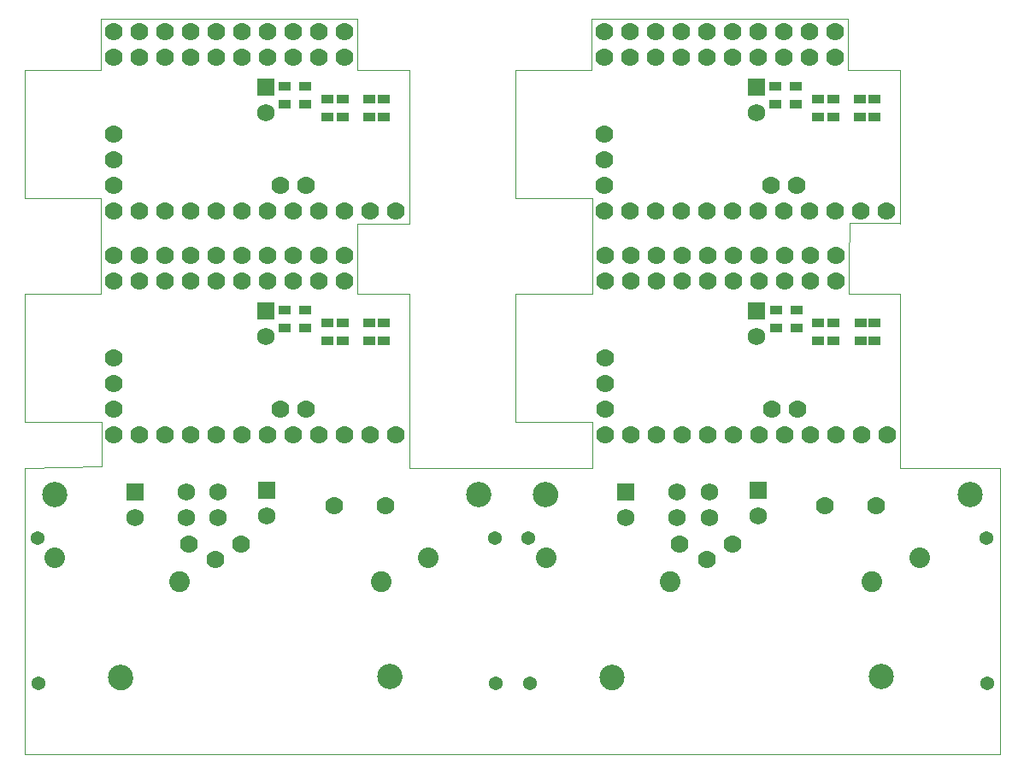
<source format=gts>
G75*
%MOIN*%
%OFA0B0*%
%FSLAX25Y25*%
%IPPOS*%
%LPD*%
%AMOC8*
5,1,8,0,0,1.08239X$1,22.5*
%
%ADD10C,0.00000*%
%ADD11C,0.07000*%
%ADD12C,0.05400*%
%ADD13C,0.08000*%
%ADD14R,0.06900X0.06900*%
%ADD15C,0.06900*%
%ADD16C,0.08077*%
%ADD17R,0.05124X0.03550*%
%ADD18C,0.09843*%
%ADD19C,0.09455*%
D10*
X0005000Y0004606D02*
X0385476Y0004606D01*
X0385476Y0116575D01*
X0346500Y0116575D01*
X0346500Y0184409D01*
X0326421Y0184449D01*
X0326382Y0184488D01*
X0326382Y0194409D01*
X0326421Y0204449D01*
X0326654Y0204606D02*
X0326654Y0212087D01*
X0346339Y0212087D01*
X0346339Y0271811D01*
X0326260Y0271850D01*
X0326220Y0271890D01*
X0326220Y0281811D01*
X0326260Y0291850D01*
X0226260Y0291850D01*
X0226260Y0281850D01*
X0226299Y0281811D01*
X0226260Y0281811D01*
X0226260Y0271850D01*
X0196339Y0271850D01*
X0196339Y0221850D01*
X0226421Y0221850D01*
X0226421Y0194449D01*
X0226461Y0194409D01*
X0226421Y0194409D01*
X0226421Y0184449D01*
X0196500Y0184449D01*
X0196500Y0134449D01*
X0226421Y0134449D01*
X0226421Y0116575D01*
X0155000Y0116575D01*
X0155000Y0184409D01*
X0134921Y0184449D01*
X0134882Y0184488D01*
X0134882Y0194409D01*
X0134921Y0211693D01*
X0155000Y0211693D01*
X0155000Y0271811D01*
X0134921Y0271850D01*
X0134882Y0271890D01*
X0134882Y0281811D01*
X0134921Y0291850D01*
X0034921Y0291850D01*
X0034921Y0281850D01*
X0034961Y0281811D01*
X0034921Y0281811D01*
X0034921Y0271850D01*
X0005000Y0271850D01*
X0005000Y0221850D01*
X0034921Y0221850D01*
X0034921Y0194449D01*
X0034961Y0194409D01*
X0034921Y0194409D01*
X0034921Y0184449D01*
X0005000Y0184449D01*
X0005000Y0134449D01*
X0035031Y0134449D01*
X0035031Y0116969D01*
X0005000Y0116575D01*
X0005000Y0004606D01*
X0037972Y0034606D02*
X0037974Y0034740D01*
X0037980Y0034874D01*
X0037990Y0035008D01*
X0038004Y0035142D01*
X0038022Y0035275D01*
X0038043Y0035407D01*
X0038069Y0035539D01*
X0038099Y0035670D01*
X0038132Y0035800D01*
X0038169Y0035928D01*
X0038211Y0036056D01*
X0038255Y0036183D01*
X0038304Y0036308D01*
X0038356Y0036431D01*
X0038412Y0036553D01*
X0038472Y0036674D01*
X0038535Y0036792D01*
X0038601Y0036909D01*
X0038671Y0037023D01*
X0038744Y0037136D01*
X0038821Y0037246D01*
X0038901Y0037354D01*
X0038984Y0037459D01*
X0039070Y0037562D01*
X0039159Y0037662D01*
X0039251Y0037760D01*
X0039346Y0037855D01*
X0039444Y0037947D01*
X0039544Y0038036D01*
X0039647Y0038122D01*
X0039752Y0038205D01*
X0039860Y0038285D01*
X0039970Y0038362D01*
X0040083Y0038435D01*
X0040197Y0038505D01*
X0040314Y0038571D01*
X0040432Y0038634D01*
X0040553Y0038694D01*
X0040675Y0038750D01*
X0040798Y0038802D01*
X0040923Y0038851D01*
X0041050Y0038895D01*
X0041178Y0038937D01*
X0041306Y0038974D01*
X0041436Y0039007D01*
X0041567Y0039037D01*
X0041699Y0039063D01*
X0041831Y0039084D01*
X0041964Y0039102D01*
X0042098Y0039116D01*
X0042232Y0039126D01*
X0042366Y0039132D01*
X0042500Y0039134D01*
X0042634Y0039132D01*
X0042768Y0039126D01*
X0042902Y0039116D01*
X0043036Y0039102D01*
X0043169Y0039084D01*
X0043301Y0039063D01*
X0043433Y0039037D01*
X0043564Y0039007D01*
X0043694Y0038974D01*
X0043822Y0038937D01*
X0043950Y0038895D01*
X0044077Y0038851D01*
X0044202Y0038802D01*
X0044325Y0038750D01*
X0044447Y0038694D01*
X0044568Y0038634D01*
X0044686Y0038571D01*
X0044803Y0038505D01*
X0044917Y0038435D01*
X0045030Y0038362D01*
X0045140Y0038285D01*
X0045248Y0038205D01*
X0045353Y0038122D01*
X0045456Y0038036D01*
X0045556Y0037947D01*
X0045654Y0037855D01*
X0045749Y0037760D01*
X0045841Y0037662D01*
X0045930Y0037562D01*
X0046016Y0037459D01*
X0046099Y0037354D01*
X0046179Y0037246D01*
X0046256Y0037136D01*
X0046329Y0037023D01*
X0046399Y0036909D01*
X0046465Y0036792D01*
X0046528Y0036674D01*
X0046588Y0036553D01*
X0046644Y0036431D01*
X0046696Y0036308D01*
X0046745Y0036183D01*
X0046789Y0036056D01*
X0046831Y0035928D01*
X0046868Y0035800D01*
X0046901Y0035670D01*
X0046931Y0035539D01*
X0046957Y0035407D01*
X0046978Y0035275D01*
X0046996Y0035142D01*
X0047010Y0035008D01*
X0047020Y0034874D01*
X0047026Y0034740D01*
X0047028Y0034606D01*
X0047026Y0034472D01*
X0047020Y0034338D01*
X0047010Y0034204D01*
X0046996Y0034070D01*
X0046978Y0033937D01*
X0046957Y0033805D01*
X0046931Y0033673D01*
X0046901Y0033542D01*
X0046868Y0033412D01*
X0046831Y0033284D01*
X0046789Y0033156D01*
X0046745Y0033029D01*
X0046696Y0032904D01*
X0046644Y0032781D01*
X0046588Y0032659D01*
X0046528Y0032538D01*
X0046465Y0032420D01*
X0046399Y0032303D01*
X0046329Y0032189D01*
X0046256Y0032076D01*
X0046179Y0031966D01*
X0046099Y0031858D01*
X0046016Y0031753D01*
X0045930Y0031650D01*
X0045841Y0031550D01*
X0045749Y0031452D01*
X0045654Y0031357D01*
X0045556Y0031265D01*
X0045456Y0031176D01*
X0045353Y0031090D01*
X0045248Y0031007D01*
X0045140Y0030927D01*
X0045030Y0030850D01*
X0044917Y0030777D01*
X0044803Y0030707D01*
X0044686Y0030641D01*
X0044568Y0030578D01*
X0044447Y0030518D01*
X0044325Y0030462D01*
X0044202Y0030410D01*
X0044077Y0030361D01*
X0043950Y0030317D01*
X0043822Y0030275D01*
X0043694Y0030238D01*
X0043564Y0030205D01*
X0043433Y0030175D01*
X0043301Y0030149D01*
X0043169Y0030128D01*
X0043036Y0030110D01*
X0042902Y0030096D01*
X0042768Y0030086D01*
X0042634Y0030080D01*
X0042500Y0030078D01*
X0042366Y0030080D01*
X0042232Y0030086D01*
X0042098Y0030096D01*
X0041964Y0030110D01*
X0041831Y0030128D01*
X0041699Y0030149D01*
X0041567Y0030175D01*
X0041436Y0030205D01*
X0041306Y0030238D01*
X0041178Y0030275D01*
X0041050Y0030317D01*
X0040923Y0030361D01*
X0040798Y0030410D01*
X0040675Y0030462D01*
X0040553Y0030518D01*
X0040432Y0030578D01*
X0040314Y0030641D01*
X0040197Y0030707D01*
X0040083Y0030777D01*
X0039970Y0030850D01*
X0039860Y0030927D01*
X0039752Y0031007D01*
X0039647Y0031090D01*
X0039544Y0031176D01*
X0039444Y0031265D01*
X0039346Y0031357D01*
X0039251Y0031452D01*
X0039159Y0031550D01*
X0039070Y0031650D01*
X0038984Y0031753D01*
X0038901Y0031858D01*
X0038821Y0031966D01*
X0038744Y0032076D01*
X0038671Y0032189D01*
X0038601Y0032303D01*
X0038535Y0032420D01*
X0038472Y0032538D01*
X0038412Y0032659D01*
X0038356Y0032781D01*
X0038304Y0032904D01*
X0038255Y0033029D01*
X0038211Y0033156D01*
X0038169Y0033284D01*
X0038132Y0033412D01*
X0038099Y0033542D01*
X0038069Y0033673D01*
X0038043Y0033805D01*
X0038022Y0033937D01*
X0038004Y0034070D01*
X0037990Y0034204D01*
X0037980Y0034338D01*
X0037974Y0034472D01*
X0037972Y0034606D01*
X0012283Y0106173D02*
X0012285Y0106307D01*
X0012291Y0106441D01*
X0012301Y0106575D01*
X0012315Y0106709D01*
X0012333Y0106842D01*
X0012354Y0106974D01*
X0012380Y0107106D01*
X0012410Y0107237D01*
X0012443Y0107367D01*
X0012480Y0107495D01*
X0012522Y0107623D01*
X0012566Y0107750D01*
X0012615Y0107875D01*
X0012667Y0107998D01*
X0012723Y0108120D01*
X0012783Y0108241D01*
X0012846Y0108359D01*
X0012912Y0108476D01*
X0012982Y0108590D01*
X0013055Y0108703D01*
X0013132Y0108813D01*
X0013212Y0108921D01*
X0013295Y0109026D01*
X0013381Y0109129D01*
X0013470Y0109229D01*
X0013562Y0109327D01*
X0013657Y0109422D01*
X0013755Y0109514D01*
X0013855Y0109603D01*
X0013958Y0109689D01*
X0014063Y0109772D01*
X0014171Y0109852D01*
X0014281Y0109929D01*
X0014394Y0110002D01*
X0014508Y0110072D01*
X0014625Y0110138D01*
X0014743Y0110201D01*
X0014864Y0110261D01*
X0014986Y0110317D01*
X0015109Y0110369D01*
X0015234Y0110418D01*
X0015361Y0110462D01*
X0015489Y0110504D01*
X0015617Y0110541D01*
X0015747Y0110574D01*
X0015878Y0110604D01*
X0016010Y0110630D01*
X0016142Y0110651D01*
X0016275Y0110669D01*
X0016409Y0110683D01*
X0016543Y0110693D01*
X0016677Y0110699D01*
X0016811Y0110701D01*
X0016945Y0110699D01*
X0017079Y0110693D01*
X0017213Y0110683D01*
X0017347Y0110669D01*
X0017480Y0110651D01*
X0017612Y0110630D01*
X0017744Y0110604D01*
X0017875Y0110574D01*
X0018005Y0110541D01*
X0018133Y0110504D01*
X0018261Y0110462D01*
X0018388Y0110418D01*
X0018513Y0110369D01*
X0018636Y0110317D01*
X0018758Y0110261D01*
X0018879Y0110201D01*
X0018997Y0110138D01*
X0019114Y0110072D01*
X0019228Y0110002D01*
X0019341Y0109929D01*
X0019451Y0109852D01*
X0019559Y0109772D01*
X0019664Y0109689D01*
X0019767Y0109603D01*
X0019867Y0109514D01*
X0019965Y0109422D01*
X0020060Y0109327D01*
X0020152Y0109229D01*
X0020241Y0109129D01*
X0020327Y0109026D01*
X0020410Y0108921D01*
X0020490Y0108813D01*
X0020567Y0108703D01*
X0020640Y0108590D01*
X0020710Y0108476D01*
X0020776Y0108359D01*
X0020839Y0108241D01*
X0020899Y0108120D01*
X0020955Y0107998D01*
X0021007Y0107875D01*
X0021056Y0107750D01*
X0021100Y0107623D01*
X0021142Y0107495D01*
X0021179Y0107367D01*
X0021212Y0107237D01*
X0021242Y0107106D01*
X0021268Y0106974D01*
X0021289Y0106842D01*
X0021307Y0106709D01*
X0021321Y0106575D01*
X0021331Y0106441D01*
X0021337Y0106307D01*
X0021339Y0106173D01*
X0021337Y0106039D01*
X0021331Y0105905D01*
X0021321Y0105771D01*
X0021307Y0105637D01*
X0021289Y0105504D01*
X0021268Y0105372D01*
X0021242Y0105240D01*
X0021212Y0105109D01*
X0021179Y0104979D01*
X0021142Y0104851D01*
X0021100Y0104723D01*
X0021056Y0104596D01*
X0021007Y0104471D01*
X0020955Y0104348D01*
X0020899Y0104226D01*
X0020839Y0104105D01*
X0020776Y0103987D01*
X0020710Y0103870D01*
X0020640Y0103756D01*
X0020567Y0103643D01*
X0020490Y0103533D01*
X0020410Y0103425D01*
X0020327Y0103320D01*
X0020241Y0103217D01*
X0020152Y0103117D01*
X0020060Y0103019D01*
X0019965Y0102924D01*
X0019867Y0102832D01*
X0019767Y0102743D01*
X0019664Y0102657D01*
X0019559Y0102574D01*
X0019451Y0102494D01*
X0019341Y0102417D01*
X0019228Y0102344D01*
X0019114Y0102274D01*
X0018997Y0102208D01*
X0018879Y0102145D01*
X0018758Y0102085D01*
X0018636Y0102029D01*
X0018513Y0101977D01*
X0018388Y0101928D01*
X0018261Y0101884D01*
X0018133Y0101842D01*
X0018005Y0101805D01*
X0017875Y0101772D01*
X0017744Y0101742D01*
X0017612Y0101716D01*
X0017480Y0101695D01*
X0017347Y0101677D01*
X0017213Y0101663D01*
X0017079Y0101653D01*
X0016945Y0101647D01*
X0016811Y0101645D01*
X0016677Y0101647D01*
X0016543Y0101653D01*
X0016409Y0101663D01*
X0016275Y0101677D01*
X0016142Y0101695D01*
X0016010Y0101716D01*
X0015878Y0101742D01*
X0015747Y0101772D01*
X0015617Y0101805D01*
X0015489Y0101842D01*
X0015361Y0101884D01*
X0015234Y0101928D01*
X0015109Y0101977D01*
X0014986Y0102029D01*
X0014864Y0102085D01*
X0014743Y0102145D01*
X0014625Y0102208D01*
X0014508Y0102274D01*
X0014394Y0102344D01*
X0014281Y0102417D01*
X0014171Y0102494D01*
X0014063Y0102574D01*
X0013958Y0102657D01*
X0013855Y0102743D01*
X0013755Y0102832D01*
X0013657Y0102924D01*
X0013562Y0103019D01*
X0013470Y0103117D01*
X0013381Y0103217D01*
X0013295Y0103320D01*
X0013212Y0103425D01*
X0013132Y0103533D01*
X0013055Y0103643D01*
X0012982Y0103756D01*
X0012912Y0103870D01*
X0012846Y0103987D01*
X0012783Y0104105D01*
X0012723Y0104226D01*
X0012667Y0104348D01*
X0012615Y0104471D01*
X0012566Y0104596D01*
X0012522Y0104723D01*
X0012480Y0104851D01*
X0012443Y0104979D01*
X0012410Y0105109D01*
X0012380Y0105240D01*
X0012354Y0105372D01*
X0012333Y0105504D01*
X0012315Y0105637D01*
X0012301Y0105771D01*
X0012291Y0105905D01*
X0012285Y0106039D01*
X0012283Y0106173D01*
X0142972Y0035106D02*
X0142974Y0035240D01*
X0142980Y0035374D01*
X0142990Y0035508D01*
X0143004Y0035642D01*
X0143022Y0035775D01*
X0143043Y0035907D01*
X0143069Y0036039D01*
X0143099Y0036170D01*
X0143132Y0036300D01*
X0143169Y0036428D01*
X0143211Y0036556D01*
X0143255Y0036683D01*
X0143304Y0036808D01*
X0143356Y0036931D01*
X0143412Y0037053D01*
X0143472Y0037174D01*
X0143535Y0037292D01*
X0143601Y0037409D01*
X0143671Y0037523D01*
X0143744Y0037636D01*
X0143821Y0037746D01*
X0143901Y0037854D01*
X0143984Y0037959D01*
X0144070Y0038062D01*
X0144159Y0038162D01*
X0144251Y0038260D01*
X0144346Y0038355D01*
X0144444Y0038447D01*
X0144544Y0038536D01*
X0144647Y0038622D01*
X0144752Y0038705D01*
X0144860Y0038785D01*
X0144970Y0038862D01*
X0145083Y0038935D01*
X0145197Y0039005D01*
X0145314Y0039071D01*
X0145432Y0039134D01*
X0145553Y0039194D01*
X0145675Y0039250D01*
X0145798Y0039302D01*
X0145923Y0039351D01*
X0146050Y0039395D01*
X0146178Y0039437D01*
X0146306Y0039474D01*
X0146436Y0039507D01*
X0146567Y0039537D01*
X0146699Y0039563D01*
X0146831Y0039584D01*
X0146964Y0039602D01*
X0147098Y0039616D01*
X0147232Y0039626D01*
X0147366Y0039632D01*
X0147500Y0039634D01*
X0147634Y0039632D01*
X0147768Y0039626D01*
X0147902Y0039616D01*
X0148036Y0039602D01*
X0148169Y0039584D01*
X0148301Y0039563D01*
X0148433Y0039537D01*
X0148564Y0039507D01*
X0148694Y0039474D01*
X0148822Y0039437D01*
X0148950Y0039395D01*
X0149077Y0039351D01*
X0149202Y0039302D01*
X0149325Y0039250D01*
X0149447Y0039194D01*
X0149568Y0039134D01*
X0149686Y0039071D01*
X0149803Y0039005D01*
X0149917Y0038935D01*
X0150030Y0038862D01*
X0150140Y0038785D01*
X0150248Y0038705D01*
X0150353Y0038622D01*
X0150456Y0038536D01*
X0150556Y0038447D01*
X0150654Y0038355D01*
X0150749Y0038260D01*
X0150841Y0038162D01*
X0150930Y0038062D01*
X0151016Y0037959D01*
X0151099Y0037854D01*
X0151179Y0037746D01*
X0151256Y0037636D01*
X0151329Y0037523D01*
X0151399Y0037409D01*
X0151465Y0037292D01*
X0151528Y0037174D01*
X0151588Y0037053D01*
X0151644Y0036931D01*
X0151696Y0036808D01*
X0151745Y0036683D01*
X0151789Y0036556D01*
X0151831Y0036428D01*
X0151868Y0036300D01*
X0151901Y0036170D01*
X0151931Y0036039D01*
X0151957Y0035907D01*
X0151978Y0035775D01*
X0151996Y0035642D01*
X0152010Y0035508D01*
X0152020Y0035374D01*
X0152026Y0035240D01*
X0152028Y0035106D01*
X0152026Y0034972D01*
X0152020Y0034838D01*
X0152010Y0034704D01*
X0151996Y0034570D01*
X0151978Y0034437D01*
X0151957Y0034305D01*
X0151931Y0034173D01*
X0151901Y0034042D01*
X0151868Y0033912D01*
X0151831Y0033784D01*
X0151789Y0033656D01*
X0151745Y0033529D01*
X0151696Y0033404D01*
X0151644Y0033281D01*
X0151588Y0033159D01*
X0151528Y0033038D01*
X0151465Y0032920D01*
X0151399Y0032803D01*
X0151329Y0032689D01*
X0151256Y0032576D01*
X0151179Y0032466D01*
X0151099Y0032358D01*
X0151016Y0032253D01*
X0150930Y0032150D01*
X0150841Y0032050D01*
X0150749Y0031952D01*
X0150654Y0031857D01*
X0150556Y0031765D01*
X0150456Y0031676D01*
X0150353Y0031590D01*
X0150248Y0031507D01*
X0150140Y0031427D01*
X0150030Y0031350D01*
X0149917Y0031277D01*
X0149803Y0031207D01*
X0149686Y0031141D01*
X0149568Y0031078D01*
X0149447Y0031018D01*
X0149325Y0030962D01*
X0149202Y0030910D01*
X0149077Y0030861D01*
X0148950Y0030817D01*
X0148822Y0030775D01*
X0148694Y0030738D01*
X0148564Y0030705D01*
X0148433Y0030675D01*
X0148301Y0030649D01*
X0148169Y0030628D01*
X0148036Y0030610D01*
X0147902Y0030596D01*
X0147768Y0030586D01*
X0147634Y0030580D01*
X0147500Y0030578D01*
X0147366Y0030580D01*
X0147232Y0030586D01*
X0147098Y0030596D01*
X0146964Y0030610D01*
X0146831Y0030628D01*
X0146699Y0030649D01*
X0146567Y0030675D01*
X0146436Y0030705D01*
X0146306Y0030738D01*
X0146178Y0030775D01*
X0146050Y0030817D01*
X0145923Y0030861D01*
X0145798Y0030910D01*
X0145675Y0030962D01*
X0145553Y0031018D01*
X0145432Y0031078D01*
X0145314Y0031141D01*
X0145197Y0031207D01*
X0145083Y0031277D01*
X0144970Y0031350D01*
X0144860Y0031427D01*
X0144752Y0031507D01*
X0144647Y0031590D01*
X0144544Y0031676D01*
X0144444Y0031765D01*
X0144346Y0031857D01*
X0144251Y0031952D01*
X0144159Y0032050D01*
X0144070Y0032150D01*
X0143984Y0032253D01*
X0143901Y0032358D01*
X0143821Y0032466D01*
X0143744Y0032576D01*
X0143671Y0032689D01*
X0143601Y0032803D01*
X0143535Y0032920D01*
X0143472Y0033038D01*
X0143412Y0033159D01*
X0143356Y0033281D01*
X0143304Y0033404D01*
X0143255Y0033529D01*
X0143211Y0033656D01*
X0143169Y0033784D01*
X0143132Y0033912D01*
X0143099Y0034042D01*
X0143069Y0034173D01*
X0143043Y0034305D01*
X0143022Y0034437D01*
X0143004Y0034570D01*
X0142990Y0034704D01*
X0142980Y0034838D01*
X0142974Y0034972D01*
X0142972Y0035106D01*
X0177637Y0106173D02*
X0177639Y0106307D01*
X0177645Y0106441D01*
X0177655Y0106575D01*
X0177669Y0106709D01*
X0177687Y0106842D01*
X0177708Y0106974D01*
X0177734Y0107106D01*
X0177764Y0107237D01*
X0177797Y0107367D01*
X0177834Y0107495D01*
X0177876Y0107623D01*
X0177920Y0107750D01*
X0177969Y0107875D01*
X0178021Y0107998D01*
X0178077Y0108120D01*
X0178137Y0108241D01*
X0178200Y0108359D01*
X0178266Y0108476D01*
X0178336Y0108590D01*
X0178409Y0108703D01*
X0178486Y0108813D01*
X0178566Y0108921D01*
X0178649Y0109026D01*
X0178735Y0109129D01*
X0178824Y0109229D01*
X0178916Y0109327D01*
X0179011Y0109422D01*
X0179109Y0109514D01*
X0179209Y0109603D01*
X0179312Y0109689D01*
X0179417Y0109772D01*
X0179525Y0109852D01*
X0179635Y0109929D01*
X0179748Y0110002D01*
X0179862Y0110072D01*
X0179979Y0110138D01*
X0180097Y0110201D01*
X0180218Y0110261D01*
X0180340Y0110317D01*
X0180463Y0110369D01*
X0180588Y0110418D01*
X0180715Y0110462D01*
X0180843Y0110504D01*
X0180971Y0110541D01*
X0181101Y0110574D01*
X0181232Y0110604D01*
X0181364Y0110630D01*
X0181496Y0110651D01*
X0181629Y0110669D01*
X0181763Y0110683D01*
X0181897Y0110693D01*
X0182031Y0110699D01*
X0182165Y0110701D01*
X0182299Y0110699D01*
X0182433Y0110693D01*
X0182567Y0110683D01*
X0182701Y0110669D01*
X0182834Y0110651D01*
X0182966Y0110630D01*
X0183098Y0110604D01*
X0183229Y0110574D01*
X0183359Y0110541D01*
X0183487Y0110504D01*
X0183615Y0110462D01*
X0183742Y0110418D01*
X0183867Y0110369D01*
X0183990Y0110317D01*
X0184112Y0110261D01*
X0184233Y0110201D01*
X0184351Y0110138D01*
X0184468Y0110072D01*
X0184582Y0110002D01*
X0184695Y0109929D01*
X0184805Y0109852D01*
X0184913Y0109772D01*
X0185018Y0109689D01*
X0185121Y0109603D01*
X0185221Y0109514D01*
X0185319Y0109422D01*
X0185414Y0109327D01*
X0185506Y0109229D01*
X0185595Y0109129D01*
X0185681Y0109026D01*
X0185764Y0108921D01*
X0185844Y0108813D01*
X0185921Y0108703D01*
X0185994Y0108590D01*
X0186064Y0108476D01*
X0186130Y0108359D01*
X0186193Y0108241D01*
X0186253Y0108120D01*
X0186309Y0107998D01*
X0186361Y0107875D01*
X0186410Y0107750D01*
X0186454Y0107623D01*
X0186496Y0107495D01*
X0186533Y0107367D01*
X0186566Y0107237D01*
X0186596Y0107106D01*
X0186622Y0106974D01*
X0186643Y0106842D01*
X0186661Y0106709D01*
X0186675Y0106575D01*
X0186685Y0106441D01*
X0186691Y0106307D01*
X0186693Y0106173D01*
X0186691Y0106039D01*
X0186685Y0105905D01*
X0186675Y0105771D01*
X0186661Y0105637D01*
X0186643Y0105504D01*
X0186622Y0105372D01*
X0186596Y0105240D01*
X0186566Y0105109D01*
X0186533Y0104979D01*
X0186496Y0104851D01*
X0186454Y0104723D01*
X0186410Y0104596D01*
X0186361Y0104471D01*
X0186309Y0104348D01*
X0186253Y0104226D01*
X0186193Y0104105D01*
X0186130Y0103987D01*
X0186064Y0103870D01*
X0185994Y0103756D01*
X0185921Y0103643D01*
X0185844Y0103533D01*
X0185764Y0103425D01*
X0185681Y0103320D01*
X0185595Y0103217D01*
X0185506Y0103117D01*
X0185414Y0103019D01*
X0185319Y0102924D01*
X0185221Y0102832D01*
X0185121Y0102743D01*
X0185018Y0102657D01*
X0184913Y0102574D01*
X0184805Y0102494D01*
X0184695Y0102417D01*
X0184582Y0102344D01*
X0184468Y0102274D01*
X0184351Y0102208D01*
X0184233Y0102145D01*
X0184112Y0102085D01*
X0183990Y0102029D01*
X0183867Y0101977D01*
X0183742Y0101928D01*
X0183615Y0101884D01*
X0183487Y0101842D01*
X0183359Y0101805D01*
X0183229Y0101772D01*
X0183098Y0101742D01*
X0182966Y0101716D01*
X0182834Y0101695D01*
X0182701Y0101677D01*
X0182567Y0101663D01*
X0182433Y0101653D01*
X0182299Y0101647D01*
X0182165Y0101645D01*
X0182031Y0101647D01*
X0181897Y0101653D01*
X0181763Y0101663D01*
X0181629Y0101677D01*
X0181496Y0101695D01*
X0181364Y0101716D01*
X0181232Y0101742D01*
X0181101Y0101772D01*
X0180971Y0101805D01*
X0180843Y0101842D01*
X0180715Y0101884D01*
X0180588Y0101928D01*
X0180463Y0101977D01*
X0180340Y0102029D01*
X0180218Y0102085D01*
X0180097Y0102145D01*
X0179979Y0102208D01*
X0179862Y0102274D01*
X0179748Y0102344D01*
X0179635Y0102417D01*
X0179525Y0102494D01*
X0179417Y0102574D01*
X0179312Y0102657D01*
X0179209Y0102743D01*
X0179109Y0102832D01*
X0179011Y0102924D01*
X0178916Y0103019D01*
X0178824Y0103117D01*
X0178735Y0103217D01*
X0178649Y0103320D01*
X0178566Y0103425D01*
X0178486Y0103533D01*
X0178409Y0103643D01*
X0178336Y0103756D01*
X0178266Y0103870D01*
X0178200Y0103987D01*
X0178137Y0104105D01*
X0178077Y0104226D01*
X0178021Y0104348D01*
X0177969Y0104471D01*
X0177920Y0104596D01*
X0177876Y0104723D01*
X0177834Y0104851D01*
X0177797Y0104979D01*
X0177764Y0105109D01*
X0177734Y0105240D01*
X0177708Y0105372D01*
X0177687Y0105504D01*
X0177669Y0105637D01*
X0177655Y0105771D01*
X0177645Y0105905D01*
X0177639Y0106039D01*
X0177637Y0106173D01*
X0203783Y0106173D02*
X0203785Y0106307D01*
X0203791Y0106441D01*
X0203801Y0106575D01*
X0203815Y0106709D01*
X0203833Y0106842D01*
X0203854Y0106974D01*
X0203880Y0107106D01*
X0203910Y0107237D01*
X0203943Y0107367D01*
X0203980Y0107495D01*
X0204022Y0107623D01*
X0204066Y0107750D01*
X0204115Y0107875D01*
X0204167Y0107998D01*
X0204223Y0108120D01*
X0204283Y0108241D01*
X0204346Y0108359D01*
X0204412Y0108476D01*
X0204482Y0108590D01*
X0204555Y0108703D01*
X0204632Y0108813D01*
X0204712Y0108921D01*
X0204795Y0109026D01*
X0204881Y0109129D01*
X0204970Y0109229D01*
X0205062Y0109327D01*
X0205157Y0109422D01*
X0205255Y0109514D01*
X0205355Y0109603D01*
X0205458Y0109689D01*
X0205563Y0109772D01*
X0205671Y0109852D01*
X0205781Y0109929D01*
X0205894Y0110002D01*
X0206008Y0110072D01*
X0206125Y0110138D01*
X0206243Y0110201D01*
X0206364Y0110261D01*
X0206486Y0110317D01*
X0206609Y0110369D01*
X0206734Y0110418D01*
X0206861Y0110462D01*
X0206989Y0110504D01*
X0207117Y0110541D01*
X0207247Y0110574D01*
X0207378Y0110604D01*
X0207510Y0110630D01*
X0207642Y0110651D01*
X0207775Y0110669D01*
X0207909Y0110683D01*
X0208043Y0110693D01*
X0208177Y0110699D01*
X0208311Y0110701D01*
X0208445Y0110699D01*
X0208579Y0110693D01*
X0208713Y0110683D01*
X0208847Y0110669D01*
X0208980Y0110651D01*
X0209112Y0110630D01*
X0209244Y0110604D01*
X0209375Y0110574D01*
X0209505Y0110541D01*
X0209633Y0110504D01*
X0209761Y0110462D01*
X0209888Y0110418D01*
X0210013Y0110369D01*
X0210136Y0110317D01*
X0210258Y0110261D01*
X0210379Y0110201D01*
X0210497Y0110138D01*
X0210614Y0110072D01*
X0210728Y0110002D01*
X0210841Y0109929D01*
X0210951Y0109852D01*
X0211059Y0109772D01*
X0211164Y0109689D01*
X0211267Y0109603D01*
X0211367Y0109514D01*
X0211465Y0109422D01*
X0211560Y0109327D01*
X0211652Y0109229D01*
X0211741Y0109129D01*
X0211827Y0109026D01*
X0211910Y0108921D01*
X0211990Y0108813D01*
X0212067Y0108703D01*
X0212140Y0108590D01*
X0212210Y0108476D01*
X0212276Y0108359D01*
X0212339Y0108241D01*
X0212399Y0108120D01*
X0212455Y0107998D01*
X0212507Y0107875D01*
X0212556Y0107750D01*
X0212600Y0107623D01*
X0212642Y0107495D01*
X0212679Y0107367D01*
X0212712Y0107237D01*
X0212742Y0107106D01*
X0212768Y0106974D01*
X0212789Y0106842D01*
X0212807Y0106709D01*
X0212821Y0106575D01*
X0212831Y0106441D01*
X0212837Y0106307D01*
X0212839Y0106173D01*
X0212837Y0106039D01*
X0212831Y0105905D01*
X0212821Y0105771D01*
X0212807Y0105637D01*
X0212789Y0105504D01*
X0212768Y0105372D01*
X0212742Y0105240D01*
X0212712Y0105109D01*
X0212679Y0104979D01*
X0212642Y0104851D01*
X0212600Y0104723D01*
X0212556Y0104596D01*
X0212507Y0104471D01*
X0212455Y0104348D01*
X0212399Y0104226D01*
X0212339Y0104105D01*
X0212276Y0103987D01*
X0212210Y0103870D01*
X0212140Y0103756D01*
X0212067Y0103643D01*
X0211990Y0103533D01*
X0211910Y0103425D01*
X0211827Y0103320D01*
X0211741Y0103217D01*
X0211652Y0103117D01*
X0211560Y0103019D01*
X0211465Y0102924D01*
X0211367Y0102832D01*
X0211267Y0102743D01*
X0211164Y0102657D01*
X0211059Y0102574D01*
X0210951Y0102494D01*
X0210841Y0102417D01*
X0210728Y0102344D01*
X0210614Y0102274D01*
X0210497Y0102208D01*
X0210379Y0102145D01*
X0210258Y0102085D01*
X0210136Y0102029D01*
X0210013Y0101977D01*
X0209888Y0101928D01*
X0209761Y0101884D01*
X0209633Y0101842D01*
X0209505Y0101805D01*
X0209375Y0101772D01*
X0209244Y0101742D01*
X0209112Y0101716D01*
X0208980Y0101695D01*
X0208847Y0101677D01*
X0208713Y0101663D01*
X0208579Y0101653D01*
X0208445Y0101647D01*
X0208311Y0101645D01*
X0208177Y0101647D01*
X0208043Y0101653D01*
X0207909Y0101663D01*
X0207775Y0101677D01*
X0207642Y0101695D01*
X0207510Y0101716D01*
X0207378Y0101742D01*
X0207247Y0101772D01*
X0207117Y0101805D01*
X0206989Y0101842D01*
X0206861Y0101884D01*
X0206734Y0101928D01*
X0206609Y0101977D01*
X0206486Y0102029D01*
X0206364Y0102085D01*
X0206243Y0102145D01*
X0206125Y0102208D01*
X0206008Y0102274D01*
X0205894Y0102344D01*
X0205781Y0102417D01*
X0205671Y0102494D01*
X0205563Y0102574D01*
X0205458Y0102657D01*
X0205355Y0102743D01*
X0205255Y0102832D01*
X0205157Y0102924D01*
X0205062Y0103019D01*
X0204970Y0103117D01*
X0204881Y0103217D01*
X0204795Y0103320D01*
X0204712Y0103425D01*
X0204632Y0103533D01*
X0204555Y0103643D01*
X0204482Y0103756D01*
X0204412Y0103870D01*
X0204346Y0103987D01*
X0204283Y0104105D01*
X0204223Y0104226D01*
X0204167Y0104348D01*
X0204115Y0104471D01*
X0204066Y0104596D01*
X0204022Y0104723D01*
X0203980Y0104851D01*
X0203943Y0104979D01*
X0203910Y0105109D01*
X0203880Y0105240D01*
X0203854Y0105372D01*
X0203833Y0105504D01*
X0203815Y0105637D01*
X0203801Y0105771D01*
X0203791Y0105905D01*
X0203785Y0106039D01*
X0203783Y0106173D01*
X0229472Y0034606D02*
X0229474Y0034740D01*
X0229480Y0034874D01*
X0229490Y0035008D01*
X0229504Y0035142D01*
X0229522Y0035275D01*
X0229543Y0035407D01*
X0229569Y0035539D01*
X0229599Y0035670D01*
X0229632Y0035800D01*
X0229669Y0035928D01*
X0229711Y0036056D01*
X0229755Y0036183D01*
X0229804Y0036308D01*
X0229856Y0036431D01*
X0229912Y0036553D01*
X0229972Y0036674D01*
X0230035Y0036792D01*
X0230101Y0036909D01*
X0230171Y0037023D01*
X0230244Y0037136D01*
X0230321Y0037246D01*
X0230401Y0037354D01*
X0230484Y0037459D01*
X0230570Y0037562D01*
X0230659Y0037662D01*
X0230751Y0037760D01*
X0230846Y0037855D01*
X0230944Y0037947D01*
X0231044Y0038036D01*
X0231147Y0038122D01*
X0231252Y0038205D01*
X0231360Y0038285D01*
X0231470Y0038362D01*
X0231583Y0038435D01*
X0231697Y0038505D01*
X0231814Y0038571D01*
X0231932Y0038634D01*
X0232053Y0038694D01*
X0232175Y0038750D01*
X0232298Y0038802D01*
X0232423Y0038851D01*
X0232550Y0038895D01*
X0232678Y0038937D01*
X0232806Y0038974D01*
X0232936Y0039007D01*
X0233067Y0039037D01*
X0233199Y0039063D01*
X0233331Y0039084D01*
X0233464Y0039102D01*
X0233598Y0039116D01*
X0233732Y0039126D01*
X0233866Y0039132D01*
X0234000Y0039134D01*
X0234134Y0039132D01*
X0234268Y0039126D01*
X0234402Y0039116D01*
X0234536Y0039102D01*
X0234669Y0039084D01*
X0234801Y0039063D01*
X0234933Y0039037D01*
X0235064Y0039007D01*
X0235194Y0038974D01*
X0235322Y0038937D01*
X0235450Y0038895D01*
X0235577Y0038851D01*
X0235702Y0038802D01*
X0235825Y0038750D01*
X0235947Y0038694D01*
X0236068Y0038634D01*
X0236186Y0038571D01*
X0236303Y0038505D01*
X0236417Y0038435D01*
X0236530Y0038362D01*
X0236640Y0038285D01*
X0236748Y0038205D01*
X0236853Y0038122D01*
X0236956Y0038036D01*
X0237056Y0037947D01*
X0237154Y0037855D01*
X0237249Y0037760D01*
X0237341Y0037662D01*
X0237430Y0037562D01*
X0237516Y0037459D01*
X0237599Y0037354D01*
X0237679Y0037246D01*
X0237756Y0037136D01*
X0237829Y0037023D01*
X0237899Y0036909D01*
X0237965Y0036792D01*
X0238028Y0036674D01*
X0238088Y0036553D01*
X0238144Y0036431D01*
X0238196Y0036308D01*
X0238245Y0036183D01*
X0238289Y0036056D01*
X0238331Y0035928D01*
X0238368Y0035800D01*
X0238401Y0035670D01*
X0238431Y0035539D01*
X0238457Y0035407D01*
X0238478Y0035275D01*
X0238496Y0035142D01*
X0238510Y0035008D01*
X0238520Y0034874D01*
X0238526Y0034740D01*
X0238528Y0034606D01*
X0238526Y0034472D01*
X0238520Y0034338D01*
X0238510Y0034204D01*
X0238496Y0034070D01*
X0238478Y0033937D01*
X0238457Y0033805D01*
X0238431Y0033673D01*
X0238401Y0033542D01*
X0238368Y0033412D01*
X0238331Y0033284D01*
X0238289Y0033156D01*
X0238245Y0033029D01*
X0238196Y0032904D01*
X0238144Y0032781D01*
X0238088Y0032659D01*
X0238028Y0032538D01*
X0237965Y0032420D01*
X0237899Y0032303D01*
X0237829Y0032189D01*
X0237756Y0032076D01*
X0237679Y0031966D01*
X0237599Y0031858D01*
X0237516Y0031753D01*
X0237430Y0031650D01*
X0237341Y0031550D01*
X0237249Y0031452D01*
X0237154Y0031357D01*
X0237056Y0031265D01*
X0236956Y0031176D01*
X0236853Y0031090D01*
X0236748Y0031007D01*
X0236640Y0030927D01*
X0236530Y0030850D01*
X0236417Y0030777D01*
X0236303Y0030707D01*
X0236186Y0030641D01*
X0236068Y0030578D01*
X0235947Y0030518D01*
X0235825Y0030462D01*
X0235702Y0030410D01*
X0235577Y0030361D01*
X0235450Y0030317D01*
X0235322Y0030275D01*
X0235194Y0030238D01*
X0235064Y0030205D01*
X0234933Y0030175D01*
X0234801Y0030149D01*
X0234669Y0030128D01*
X0234536Y0030110D01*
X0234402Y0030096D01*
X0234268Y0030086D01*
X0234134Y0030080D01*
X0234000Y0030078D01*
X0233866Y0030080D01*
X0233732Y0030086D01*
X0233598Y0030096D01*
X0233464Y0030110D01*
X0233331Y0030128D01*
X0233199Y0030149D01*
X0233067Y0030175D01*
X0232936Y0030205D01*
X0232806Y0030238D01*
X0232678Y0030275D01*
X0232550Y0030317D01*
X0232423Y0030361D01*
X0232298Y0030410D01*
X0232175Y0030462D01*
X0232053Y0030518D01*
X0231932Y0030578D01*
X0231814Y0030641D01*
X0231697Y0030707D01*
X0231583Y0030777D01*
X0231470Y0030850D01*
X0231360Y0030927D01*
X0231252Y0031007D01*
X0231147Y0031090D01*
X0231044Y0031176D01*
X0230944Y0031265D01*
X0230846Y0031357D01*
X0230751Y0031452D01*
X0230659Y0031550D01*
X0230570Y0031650D01*
X0230484Y0031753D01*
X0230401Y0031858D01*
X0230321Y0031966D01*
X0230244Y0032076D01*
X0230171Y0032189D01*
X0230101Y0032303D01*
X0230035Y0032420D01*
X0229972Y0032538D01*
X0229912Y0032659D01*
X0229856Y0032781D01*
X0229804Y0032904D01*
X0229755Y0033029D01*
X0229711Y0033156D01*
X0229669Y0033284D01*
X0229632Y0033412D01*
X0229599Y0033542D01*
X0229569Y0033673D01*
X0229543Y0033805D01*
X0229522Y0033937D01*
X0229504Y0034070D01*
X0229490Y0034204D01*
X0229480Y0034338D01*
X0229474Y0034472D01*
X0229472Y0034606D01*
X0334472Y0035106D02*
X0334474Y0035240D01*
X0334480Y0035374D01*
X0334490Y0035508D01*
X0334504Y0035642D01*
X0334522Y0035775D01*
X0334543Y0035907D01*
X0334569Y0036039D01*
X0334599Y0036170D01*
X0334632Y0036300D01*
X0334669Y0036428D01*
X0334711Y0036556D01*
X0334755Y0036683D01*
X0334804Y0036808D01*
X0334856Y0036931D01*
X0334912Y0037053D01*
X0334972Y0037174D01*
X0335035Y0037292D01*
X0335101Y0037409D01*
X0335171Y0037523D01*
X0335244Y0037636D01*
X0335321Y0037746D01*
X0335401Y0037854D01*
X0335484Y0037959D01*
X0335570Y0038062D01*
X0335659Y0038162D01*
X0335751Y0038260D01*
X0335846Y0038355D01*
X0335944Y0038447D01*
X0336044Y0038536D01*
X0336147Y0038622D01*
X0336252Y0038705D01*
X0336360Y0038785D01*
X0336470Y0038862D01*
X0336583Y0038935D01*
X0336697Y0039005D01*
X0336814Y0039071D01*
X0336932Y0039134D01*
X0337053Y0039194D01*
X0337175Y0039250D01*
X0337298Y0039302D01*
X0337423Y0039351D01*
X0337550Y0039395D01*
X0337678Y0039437D01*
X0337806Y0039474D01*
X0337936Y0039507D01*
X0338067Y0039537D01*
X0338199Y0039563D01*
X0338331Y0039584D01*
X0338464Y0039602D01*
X0338598Y0039616D01*
X0338732Y0039626D01*
X0338866Y0039632D01*
X0339000Y0039634D01*
X0339134Y0039632D01*
X0339268Y0039626D01*
X0339402Y0039616D01*
X0339536Y0039602D01*
X0339669Y0039584D01*
X0339801Y0039563D01*
X0339933Y0039537D01*
X0340064Y0039507D01*
X0340194Y0039474D01*
X0340322Y0039437D01*
X0340450Y0039395D01*
X0340577Y0039351D01*
X0340702Y0039302D01*
X0340825Y0039250D01*
X0340947Y0039194D01*
X0341068Y0039134D01*
X0341186Y0039071D01*
X0341303Y0039005D01*
X0341417Y0038935D01*
X0341530Y0038862D01*
X0341640Y0038785D01*
X0341748Y0038705D01*
X0341853Y0038622D01*
X0341956Y0038536D01*
X0342056Y0038447D01*
X0342154Y0038355D01*
X0342249Y0038260D01*
X0342341Y0038162D01*
X0342430Y0038062D01*
X0342516Y0037959D01*
X0342599Y0037854D01*
X0342679Y0037746D01*
X0342756Y0037636D01*
X0342829Y0037523D01*
X0342899Y0037409D01*
X0342965Y0037292D01*
X0343028Y0037174D01*
X0343088Y0037053D01*
X0343144Y0036931D01*
X0343196Y0036808D01*
X0343245Y0036683D01*
X0343289Y0036556D01*
X0343331Y0036428D01*
X0343368Y0036300D01*
X0343401Y0036170D01*
X0343431Y0036039D01*
X0343457Y0035907D01*
X0343478Y0035775D01*
X0343496Y0035642D01*
X0343510Y0035508D01*
X0343520Y0035374D01*
X0343526Y0035240D01*
X0343528Y0035106D01*
X0343526Y0034972D01*
X0343520Y0034838D01*
X0343510Y0034704D01*
X0343496Y0034570D01*
X0343478Y0034437D01*
X0343457Y0034305D01*
X0343431Y0034173D01*
X0343401Y0034042D01*
X0343368Y0033912D01*
X0343331Y0033784D01*
X0343289Y0033656D01*
X0343245Y0033529D01*
X0343196Y0033404D01*
X0343144Y0033281D01*
X0343088Y0033159D01*
X0343028Y0033038D01*
X0342965Y0032920D01*
X0342899Y0032803D01*
X0342829Y0032689D01*
X0342756Y0032576D01*
X0342679Y0032466D01*
X0342599Y0032358D01*
X0342516Y0032253D01*
X0342430Y0032150D01*
X0342341Y0032050D01*
X0342249Y0031952D01*
X0342154Y0031857D01*
X0342056Y0031765D01*
X0341956Y0031676D01*
X0341853Y0031590D01*
X0341748Y0031507D01*
X0341640Y0031427D01*
X0341530Y0031350D01*
X0341417Y0031277D01*
X0341303Y0031207D01*
X0341186Y0031141D01*
X0341068Y0031078D01*
X0340947Y0031018D01*
X0340825Y0030962D01*
X0340702Y0030910D01*
X0340577Y0030861D01*
X0340450Y0030817D01*
X0340322Y0030775D01*
X0340194Y0030738D01*
X0340064Y0030705D01*
X0339933Y0030675D01*
X0339801Y0030649D01*
X0339669Y0030628D01*
X0339536Y0030610D01*
X0339402Y0030596D01*
X0339268Y0030586D01*
X0339134Y0030580D01*
X0339000Y0030578D01*
X0338866Y0030580D01*
X0338732Y0030586D01*
X0338598Y0030596D01*
X0338464Y0030610D01*
X0338331Y0030628D01*
X0338199Y0030649D01*
X0338067Y0030675D01*
X0337936Y0030705D01*
X0337806Y0030738D01*
X0337678Y0030775D01*
X0337550Y0030817D01*
X0337423Y0030861D01*
X0337298Y0030910D01*
X0337175Y0030962D01*
X0337053Y0031018D01*
X0336932Y0031078D01*
X0336814Y0031141D01*
X0336697Y0031207D01*
X0336583Y0031277D01*
X0336470Y0031350D01*
X0336360Y0031427D01*
X0336252Y0031507D01*
X0336147Y0031590D01*
X0336044Y0031676D01*
X0335944Y0031765D01*
X0335846Y0031857D01*
X0335751Y0031952D01*
X0335659Y0032050D01*
X0335570Y0032150D01*
X0335484Y0032253D01*
X0335401Y0032358D01*
X0335321Y0032466D01*
X0335244Y0032576D01*
X0335171Y0032689D01*
X0335101Y0032803D01*
X0335035Y0032920D01*
X0334972Y0033038D01*
X0334912Y0033159D01*
X0334856Y0033281D01*
X0334804Y0033404D01*
X0334755Y0033529D01*
X0334711Y0033656D01*
X0334669Y0033784D01*
X0334632Y0033912D01*
X0334599Y0034042D01*
X0334569Y0034173D01*
X0334543Y0034305D01*
X0334522Y0034437D01*
X0334504Y0034570D01*
X0334490Y0034704D01*
X0334480Y0034838D01*
X0334474Y0034972D01*
X0334472Y0035106D01*
X0369137Y0106173D02*
X0369139Y0106307D01*
X0369145Y0106441D01*
X0369155Y0106575D01*
X0369169Y0106709D01*
X0369187Y0106842D01*
X0369208Y0106974D01*
X0369234Y0107106D01*
X0369264Y0107237D01*
X0369297Y0107367D01*
X0369334Y0107495D01*
X0369376Y0107623D01*
X0369420Y0107750D01*
X0369469Y0107875D01*
X0369521Y0107998D01*
X0369577Y0108120D01*
X0369637Y0108241D01*
X0369700Y0108359D01*
X0369766Y0108476D01*
X0369836Y0108590D01*
X0369909Y0108703D01*
X0369986Y0108813D01*
X0370066Y0108921D01*
X0370149Y0109026D01*
X0370235Y0109129D01*
X0370324Y0109229D01*
X0370416Y0109327D01*
X0370511Y0109422D01*
X0370609Y0109514D01*
X0370709Y0109603D01*
X0370812Y0109689D01*
X0370917Y0109772D01*
X0371025Y0109852D01*
X0371135Y0109929D01*
X0371248Y0110002D01*
X0371362Y0110072D01*
X0371479Y0110138D01*
X0371597Y0110201D01*
X0371718Y0110261D01*
X0371840Y0110317D01*
X0371963Y0110369D01*
X0372088Y0110418D01*
X0372215Y0110462D01*
X0372343Y0110504D01*
X0372471Y0110541D01*
X0372601Y0110574D01*
X0372732Y0110604D01*
X0372864Y0110630D01*
X0372996Y0110651D01*
X0373129Y0110669D01*
X0373263Y0110683D01*
X0373397Y0110693D01*
X0373531Y0110699D01*
X0373665Y0110701D01*
X0373799Y0110699D01*
X0373933Y0110693D01*
X0374067Y0110683D01*
X0374201Y0110669D01*
X0374334Y0110651D01*
X0374466Y0110630D01*
X0374598Y0110604D01*
X0374729Y0110574D01*
X0374859Y0110541D01*
X0374987Y0110504D01*
X0375115Y0110462D01*
X0375242Y0110418D01*
X0375367Y0110369D01*
X0375490Y0110317D01*
X0375612Y0110261D01*
X0375733Y0110201D01*
X0375851Y0110138D01*
X0375968Y0110072D01*
X0376082Y0110002D01*
X0376195Y0109929D01*
X0376305Y0109852D01*
X0376413Y0109772D01*
X0376518Y0109689D01*
X0376621Y0109603D01*
X0376721Y0109514D01*
X0376819Y0109422D01*
X0376914Y0109327D01*
X0377006Y0109229D01*
X0377095Y0109129D01*
X0377181Y0109026D01*
X0377264Y0108921D01*
X0377344Y0108813D01*
X0377421Y0108703D01*
X0377494Y0108590D01*
X0377564Y0108476D01*
X0377630Y0108359D01*
X0377693Y0108241D01*
X0377753Y0108120D01*
X0377809Y0107998D01*
X0377861Y0107875D01*
X0377910Y0107750D01*
X0377954Y0107623D01*
X0377996Y0107495D01*
X0378033Y0107367D01*
X0378066Y0107237D01*
X0378096Y0107106D01*
X0378122Y0106974D01*
X0378143Y0106842D01*
X0378161Y0106709D01*
X0378175Y0106575D01*
X0378185Y0106441D01*
X0378191Y0106307D01*
X0378193Y0106173D01*
X0378191Y0106039D01*
X0378185Y0105905D01*
X0378175Y0105771D01*
X0378161Y0105637D01*
X0378143Y0105504D01*
X0378122Y0105372D01*
X0378096Y0105240D01*
X0378066Y0105109D01*
X0378033Y0104979D01*
X0377996Y0104851D01*
X0377954Y0104723D01*
X0377910Y0104596D01*
X0377861Y0104471D01*
X0377809Y0104348D01*
X0377753Y0104226D01*
X0377693Y0104105D01*
X0377630Y0103987D01*
X0377564Y0103870D01*
X0377494Y0103756D01*
X0377421Y0103643D01*
X0377344Y0103533D01*
X0377264Y0103425D01*
X0377181Y0103320D01*
X0377095Y0103217D01*
X0377006Y0103117D01*
X0376914Y0103019D01*
X0376819Y0102924D01*
X0376721Y0102832D01*
X0376621Y0102743D01*
X0376518Y0102657D01*
X0376413Y0102574D01*
X0376305Y0102494D01*
X0376195Y0102417D01*
X0376082Y0102344D01*
X0375968Y0102274D01*
X0375851Y0102208D01*
X0375733Y0102145D01*
X0375612Y0102085D01*
X0375490Y0102029D01*
X0375367Y0101977D01*
X0375242Y0101928D01*
X0375115Y0101884D01*
X0374987Y0101842D01*
X0374859Y0101805D01*
X0374729Y0101772D01*
X0374598Y0101742D01*
X0374466Y0101716D01*
X0374334Y0101695D01*
X0374201Y0101677D01*
X0374067Y0101663D01*
X0373933Y0101653D01*
X0373799Y0101647D01*
X0373665Y0101645D01*
X0373531Y0101647D01*
X0373397Y0101653D01*
X0373263Y0101663D01*
X0373129Y0101677D01*
X0372996Y0101695D01*
X0372864Y0101716D01*
X0372732Y0101742D01*
X0372601Y0101772D01*
X0372471Y0101805D01*
X0372343Y0101842D01*
X0372215Y0101884D01*
X0372088Y0101928D01*
X0371963Y0101977D01*
X0371840Y0102029D01*
X0371718Y0102085D01*
X0371597Y0102145D01*
X0371479Y0102208D01*
X0371362Y0102274D01*
X0371248Y0102344D01*
X0371135Y0102417D01*
X0371025Y0102494D01*
X0370917Y0102574D01*
X0370812Y0102657D01*
X0370709Y0102743D01*
X0370609Y0102832D01*
X0370511Y0102924D01*
X0370416Y0103019D01*
X0370324Y0103117D01*
X0370235Y0103217D01*
X0370149Y0103320D01*
X0370066Y0103425D01*
X0369986Y0103533D01*
X0369909Y0103643D01*
X0369836Y0103756D01*
X0369766Y0103870D01*
X0369700Y0103987D01*
X0369637Y0104105D01*
X0369577Y0104226D01*
X0369521Y0104348D01*
X0369469Y0104471D01*
X0369420Y0104596D01*
X0369376Y0104723D01*
X0369334Y0104851D01*
X0369297Y0104979D01*
X0369264Y0105109D01*
X0369234Y0105240D01*
X0369208Y0105372D01*
X0369187Y0105504D01*
X0369169Y0105637D01*
X0369155Y0105771D01*
X0369145Y0105905D01*
X0369139Y0106039D01*
X0369137Y0106173D01*
X0346339Y0211850D02*
X0346339Y0212087D01*
D11*
X0341260Y0216850D03*
X0331260Y0216850D03*
X0321260Y0216850D03*
X0311260Y0216850D03*
X0301260Y0216850D03*
X0291260Y0216850D03*
X0281260Y0216850D03*
X0271260Y0216850D03*
X0261260Y0216850D03*
X0251260Y0216850D03*
X0241260Y0216850D03*
X0231260Y0216850D03*
X0231260Y0226850D03*
X0231260Y0236850D03*
X0231260Y0246850D03*
X0231260Y0276850D03*
X0241260Y0276850D03*
X0251260Y0276850D03*
X0261260Y0276850D03*
X0271260Y0276850D03*
X0281260Y0276850D03*
X0291260Y0276850D03*
X0301260Y0276850D03*
X0311260Y0276850D03*
X0321260Y0276850D03*
X0321260Y0286850D03*
X0311260Y0286850D03*
X0301260Y0286850D03*
X0291260Y0286850D03*
X0281260Y0286850D03*
X0271260Y0286850D03*
X0261260Y0286850D03*
X0251260Y0286850D03*
X0241260Y0286850D03*
X0231260Y0286850D03*
X0296260Y0226850D03*
X0306260Y0226850D03*
X0301421Y0199449D03*
X0311421Y0199449D03*
X0311421Y0189449D03*
X0301421Y0189449D03*
X0291421Y0189449D03*
X0281421Y0189449D03*
X0271421Y0189449D03*
X0261421Y0189449D03*
X0251421Y0189449D03*
X0241421Y0189449D03*
X0231421Y0189449D03*
X0231421Y0199449D03*
X0241421Y0199449D03*
X0251421Y0199449D03*
X0261421Y0199449D03*
X0271421Y0199449D03*
X0281421Y0199449D03*
X0291421Y0199449D03*
X0321421Y0199449D03*
X0321421Y0189449D03*
X0306421Y0139449D03*
X0296421Y0139449D03*
X0291421Y0129449D03*
X0281421Y0129449D03*
X0271421Y0129449D03*
X0261421Y0129449D03*
X0251421Y0129449D03*
X0241421Y0129449D03*
X0231421Y0129449D03*
X0231421Y0139449D03*
X0231421Y0149449D03*
X0231421Y0159449D03*
X0301421Y0129449D03*
X0311421Y0129449D03*
X0321421Y0129449D03*
X0331421Y0129449D03*
X0341421Y0129449D03*
X0337236Y0101606D03*
X0317157Y0101606D03*
X0281000Y0086606D03*
X0271000Y0080606D03*
X0260500Y0086606D03*
X0149921Y0129449D03*
X0139921Y0129449D03*
X0129921Y0129449D03*
X0119921Y0129449D03*
X0109921Y0129449D03*
X0099921Y0129449D03*
X0089921Y0129449D03*
X0079921Y0129449D03*
X0069921Y0129449D03*
X0059921Y0129449D03*
X0049921Y0129449D03*
X0039921Y0129449D03*
X0039921Y0139449D03*
X0039921Y0149449D03*
X0039921Y0159449D03*
X0039921Y0189449D03*
X0049921Y0189449D03*
X0049921Y0199449D03*
X0039921Y0199449D03*
X0039921Y0216850D03*
X0049921Y0216850D03*
X0059921Y0216850D03*
X0069921Y0216850D03*
X0079921Y0216850D03*
X0089921Y0216850D03*
X0099921Y0216850D03*
X0109921Y0216850D03*
X0119921Y0216850D03*
X0129921Y0216850D03*
X0139921Y0216850D03*
X0149921Y0216850D03*
X0129921Y0199449D03*
X0119921Y0199449D03*
X0109921Y0199449D03*
X0099921Y0199449D03*
X0089921Y0199449D03*
X0079921Y0199449D03*
X0069921Y0199449D03*
X0059921Y0199449D03*
X0059921Y0189449D03*
X0069921Y0189449D03*
X0079921Y0189449D03*
X0089921Y0189449D03*
X0099921Y0189449D03*
X0109921Y0189449D03*
X0119921Y0189449D03*
X0129921Y0189449D03*
X0114921Y0226850D03*
X0104921Y0226850D03*
X0099921Y0276850D03*
X0089921Y0276850D03*
X0079921Y0276850D03*
X0069921Y0276850D03*
X0059921Y0276850D03*
X0049921Y0276850D03*
X0039921Y0276850D03*
X0039921Y0286850D03*
X0049921Y0286850D03*
X0059921Y0286850D03*
X0069921Y0286850D03*
X0079921Y0286850D03*
X0089921Y0286850D03*
X0099921Y0286850D03*
X0109921Y0286850D03*
X0119921Y0286850D03*
X0119921Y0276850D03*
X0109921Y0276850D03*
X0129921Y0276850D03*
X0129921Y0286850D03*
X0039921Y0246850D03*
X0039921Y0236850D03*
X0039921Y0226850D03*
X0104921Y0139449D03*
X0114921Y0139449D03*
X0125657Y0101606D03*
X0145736Y0101606D03*
X0089500Y0086606D03*
X0079500Y0080606D03*
X0069000Y0086606D03*
D12*
X0010142Y0089016D03*
X0010512Y0032559D03*
X0188858Y0032559D03*
X0202012Y0032559D03*
X0201642Y0089016D03*
X0188488Y0089016D03*
X0379988Y0089016D03*
X0380358Y0032559D03*
D13*
X0354098Y0081299D03*
X0208429Y0081299D03*
X0162598Y0081299D03*
X0016929Y0081299D03*
D14*
X0048000Y0107106D03*
X0099500Y0107606D03*
X0099000Y0177606D03*
X0099000Y0265008D03*
X0239500Y0107106D03*
X0291000Y0107606D03*
X0290500Y0177606D03*
X0290339Y0265008D03*
D15*
X0290339Y0255008D03*
X0290500Y0167606D03*
X0272000Y0107106D03*
X0272000Y0097106D03*
X0259500Y0097106D03*
X0259500Y0107106D03*
X0239500Y0097106D03*
X0291000Y0097606D03*
X0099500Y0097606D03*
X0080500Y0097106D03*
X0080500Y0107106D03*
X0068000Y0107106D03*
X0068000Y0097106D03*
X0048000Y0097106D03*
X0099000Y0167606D03*
X0099000Y0255008D03*
D16*
X0065346Y0072106D03*
X0144087Y0072106D03*
X0256846Y0072106D03*
X0335587Y0072106D03*
D17*
X0336500Y0166063D03*
X0331000Y0166063D03*
X0331000Y0173150D03*
X0336500Y0173150D03*
X0320500Y0173150D03*
X0314500Y0173150D03*
X0314500Y0166063D03*
X0320500Y0166063D03*
X0306000Y0171063D03*
X0306000Y0178150D03*
X0298000Y0178150D03*
X0298000Y0171063D03*
X0314339Y0253465D03*
X0320339Y0253465D03*
X0320339Y0260551D03*
X0314339Y0260551D03*
X0305839Y0258465D03*
X0305839Y0265551D03*
X0297839Y0265551D03*
X0297839Y0258465D03*
X0330839Y0260551D03*
X0336339Y0260551D03*
X0336339Y0253465D03*
X0330839Y0253465D03*
X0145000Y0253465D03*
X0139500Y0253465D03*
X0139500Y0260551D03*
X0145000Y0260551D03*
X0129000Y0260551D03*
X0123000Y0260551D03*
X0123000Y0253465D03*
X0129000Y0253465D03*
X0114500Y0258465D03*
X0114500Y0265551D03*
X0106500Y0265551D03*
X0106500Y0258465D03*
X0106500Y0178150D03*
X0106500Y0171063D03*
X0114500Y0171063D03*
X0114500Y0178150D03*
X0123000Y0173150D03*
X0129000Y0173150D03*
X0129000Y0166063D03*
X0123000Y0166063D03*
X0139500Y0166063D03*
X0145000Y0166063D03*
X0145000Y0173150D03*
X0139500Y0173150D03*
D18*
X0182165Y0106173D03*
X0208311Y0106173D03*
X0147500Y0035106D03*
X0234000Y0034606D03*
X0339000Y0035106D03*
X0373665Y0106173D03*
X0042500Y0034606D03*
X0016811Y0106173D03*
D19*
X0016811Y0106173D03*
X0042500Y0034606D03*
X0147500Y0035106D03*
X0182165Y0106173D03*
X0208311Y0106173D03*
X0234000Y0034606D03*
X0339000Y0035106D03*
X0373665Y0106173D03*
M02*

</source>
